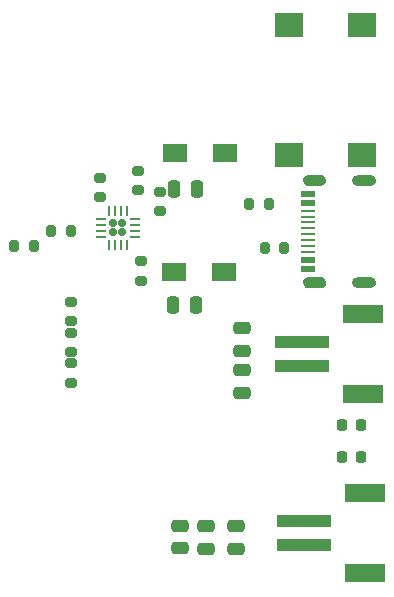
<source format=gbr>
%TF.GenerationSoftware,KiCad,Pcbnew,(6.0.8)*%
%TF.CreationDate,2023-04-21T18:27:59-07:00*%
%TF.ProjectId,Capstone_PCB,43617073-746f-46e6-955f-5043422e6b69,rev?*%
%TF.SameCoordinates,Original*%
%TF.FileFunction,Paste,Top*%
%TF.FilePolarity,Positive*%
%FSLAX46Y46*%
G04 Gerber Fmt 4.6, Leading zero omitted, Abs format (unit mm)*
G04 Created by KiCad (PCBNEW (6.0.8)) date 2023-04-21 18:27:59*
%MOMM*%
%LPD*%
G01*
G04 APERTURE LIST*
G04 Aperture macros list*
%AMRoundRect*
0 Rectangle with rounded corners*
0 $1 Rounding radius*
0 $2 $3 $4 $5 $6 $7 $8 $9 X,Y pos of 4 corners*
0 Add a 4 corners polygon primitive as box body*
4,1,4,$2,$3,$4,$5,$6,$7,$8,$9,$2,$3,0*
0 Add four circle primitives for the rounded corners*
1,1,$1+$1,$2,$3*
1,1,$1+$1,$4,$5*
1,1,$1+$1,$6,$7*
1,1,$1+$1,$8,$9*
0 Add four rect primitives between the rounded corners*
20,1,$1+$1,$2,$3,$4,$5,0*
20,1,$1+$1,$4,$5,$6,$7,0*
20,1,$1+$1,$6,$7,$8,$9,0*
20,1,$1+$1,$8,$9,$2,$3,0*%
G04 Aperture macros list end*
%ADD10RoundRect,0.200000X0.275000X-0.200000X0.275000X0.200000X-0.275000X0.200000X-0.275000X-0.200000X0*%
%ADD11RoundRect,0.200000X0.200000X0.275000X-0.200000X0.275000X-0.200000X-0.275000X0.200000X-0.275000X0*%
%ADD12RoundRect,0.250000X-0.475000X0.250000X-0.475000X-0.250000X0.475000X-0.250000X0.475000X0.250000X0*%
%ADD13RoundRect,0.250000X0.475000X-0.250000X0.475000X0.250000X-0.475000X0.250000X-0.475000X-0.250000X0*%
%ADD14R,4.600000X1.000000*%
%ADD15R,3.400000X1.600000*%
%ADD16RoundRect,0.218750X-0.218750X-0.256250X0.218750X-0.256250X0.218750X0.256250X-0.218750X0.256250X0*%
%ADD17R,2.120000X1.500000*%
%ADD18RoundRect,0.250000X-0.250000X-0.475000X0.250000X-0.475000X0.250000X0.475000X-0.250000X0.475000X0*%
%ADD19RoundRect,0.200000X-0.275000X0.200000X-0.275000X-0.200000X0.275000X-0.200000X0.275000X0.200000X0*%
%ADD20R,2.400000X2.000000*%
%ADD21RoundRect,0.160000X0.160000X-0.160000X0.160000X0.160000X-0.160000X0.160000X-0.160000X-0.160000X0*%
%ADD22RoundRect,0.062500X0.062500X-0.375000X0.062500X0.375000X-0.062500X0.375000X-0.062500X-0.375000X0*%
%ADD23RoundRect,0.062500X0.375000X-0.062500X0.375000X0.062500X-0.375000X0.062500X-0.375000X-0.062500X0*%
%ADD24R,1.150000X0.575000*%
%ADD25R,1.150000X0.275000*%
G04 APERTURE END LIST*
%TO.C,X1*%
G36*
X172401632Y-61973320D02*
G01*
X172536165Y-62041868D01*
X172642932Y-62148635D01*
X172735100Y-62432300D01*
X172717790Y-62563780D01*
X172667041Y-62686300D01*
X172586310Y-62791510D01*
X172481100Y-62872241D01*
X172227100Y-62940300D01*
X171261900Y-62940300D01*
X171130420Y-62922990D01*
X171007900Y-62872241D01*
X170902690Y-62791510D01*
X170821959Y-62686300D01*
X170753900Y-62432300D01*
X170777520Y-62283168D01*
X170846068Y-62148635D01*
X170952835Y-62041868D01*
X171236500Y-61949700D01*
X172252500Y-61949700D01*
X172401632Y-61973320D01*
G37*
G36*
X176592632Y-61973320D02*
G01*
X176727165Y-62041868D01*
X176833932Y-62148635D01*
X176926100Y-62432300D01*
X176908790Y-62563780D01*
X176858041Y-62686300D01*
X176777310Y-62791510D01*
X176672100Y-62872241D01*
X176418100Y-62940300D01*
X175452900Y-62940300D01*
X175321420Y-62922990D01*
X175198900Y-62872241D01*
X175093690Y-62791510D01*
X175012959Y-62686300D01*
X174944900Y-62432300D01*
X174968520Y-62283168D01*
X175037068Y-62148635D01*
X175143835Y-62041868D01*
X175427500Y-61949700D01*
X176443500Y-61949700D01*
X176592632Y-61973320D01*
G37*
G36*
X176592632Y-70609320D02*
G01*
X176727165Y-70677868D01*
X176833932Y-70784635D01*
X176926100Y-71068300D01*
X176908790Y-71199780D01*
X176858041Y-71322300D01*
X176777310Y-71427510D01*
X176672100Y-71508241D01*
X176418100Y-71576300D01*
X175452900Y-71576300D01*
X175321420Y-71558990D01*
X175198900Y-71508241D01*
X175093690Y-71427510D01*
X175012959Y-71322300D01*
X174944900Y-71068300D01*
X174968520Y-70919168D01*
X175037068Y-70784635D01*
X175143835Y-70677868D01*
X175427500Y-70585700D01*
X176443500Y-70585700D01*
X176592632Y-70609320D01*
G37*
G36*
X172414332Y-70622020D02*
G01*
X172548865Y-70690568D01*
X172655632Y-70797335D01*
X172747800Y-71081000D01*
X172730490Y-71212480D01*
X172679741Y-71335000D01*
X172599010Y-71440210D01*
X172493800Y-71520941D01*
X172239800Y-71589000D01*
X171274600Y-71589000D01*
X171143120Y-71571690D01*
X171020600Y-71520941D01*
X170915390Y-71440210D01*
X170834659Y-71335000D01*
X170766600Y-71081000D01*
X170790220Y-70931868D01*
X170858768Y-70797335D01*
X170965535Y-70690568D01*
X171249200Y-70598400D01*
X172265200Y-70598400D01*
X172414332Y-70622020D01*
G37*
%TD*%
D10*
%TO.C,R5*%
X151092200Y-74359600D03*
X151092200Y-72709600D03*
%TD*%
D11*
%TO.C,R1*%
X151115000Y-66770000D03*
X149465000Y-66770000D03*
%TD*%
D10*
%TO.C,R11*%
X158630000Y-65065000D03*
X158630000Y-63415000D03*
%TD*%
D12*
%TO.C,C5*%
X165575000Y-78513000D03*
X165575000Y-80413000D03*
%TD*%
D10*
%TO.C,R3*%
X153540000Y-63855000D03*
X153540000Y-62205000D03*
%TD*%
%TO.C,R6*%
X151092200Y-77001200D03*
X151092200Y-75351200D03*
%TD*%
D13*
%TO.C,C6*%
X165067000Y-93621000D03*
X165067000Y-91721000D03*
%TD*%
D14*
%TO.C,SYSOUT0*%
X170811800Y-93315400D03*
X170811800Y-91315400D03*
D15*
X176011800Y-88915400D03*
X176011800Y-95715400D03*
%TD*%
D16*
%TO.C,D2*%
X174102300Y-85863800D03*
X175677300Y-85863800D03*
%TD*%
D17*
%TO.C,D1*%
X164057800Y-70166600D03*
X159827800Y-70166600D03*
%TD*%
D13*
%TO.C,C4*%
X160393400Y-93570200D03*
X160393400Y-91670200D03*
%TD*%
D11*
%TO.C,R7*%
X169168600Y-68210800D03*
X167518600Y-68210800D03*
%TD*%
D18*
%TO.C,C2*%
X159773600Y-73011400D03*
X161673600Y-73011400D03*
%TD*%
D17*
%TO.C,D4*%
X164134000Y-60159000D03*
X159904000Y-60159000D03*
%TD*%
D19*
%TO.C,R10*%
X156820000Y-61635000D03*
X156820000Y-63285000D03*
%TD*%
D11*
%TO.C,R4*%
X167847800Y-64477000D03*
X166197800Y-64477000D03*
%TD*%
D20*
%TO.C,J2*%
X175745000Y-60325000D03*
X169545000Y-60325000D03*
X175745000Y-49325000D03*
X169545000Y-49325000D03*
%TD*%
D14*
%TO.C,BATT0*%
X170641000Y-78151600D03*
X170641000Y-76151600D03*
D15*
X175841000Y-73751600D03*
X175841000Y-80551600D03*
%TD*%
D11*
%TO.C,R9*%
X147959600Y-67982200D03*
X146309600Y-67982200D03*
%TD*%
D21*
%TO.C,U1*%
X154684800Y-66058200D03*
X155484800Y-66058200D03*
X155484800Y-66858200D03*
X154684800Y-66858200D03*
D22*
X154334800Y-67895700D03*
X154834800Y-67895700D03*
X155334800Y-67895700D03*
X155834800Y-67895700D03*
D23*
X156522300Y-67208200D03*
X156522300Y-66708200D03*
X156522300Y-66208200D03*
X156522300Y-65708200D03*
D22*
X155834800Y-65020700D03*
X155334800Y-65020700D03*
X154834800Y-65020700D03*
X154334800Y-65020700D03*
D23*
X153647300Y-65708200D03*
X153647300Y-66208200D03*
X153647300Y-66708200D03*
X153647300Y-67208200D03*
%TD*%
D18*
%TO.C,C1*%
X159875200Y-63181600D03*
X161775200Y-63181600D03*
%TD*%
D13*
%TO.C,C7*%
X165575000Y-76857000D03*
X165575000Y-74957000D03*
%TD*%
D19*
%TO.C,R2*%
X157040600Y-69290800D03*
X157040600Y-70940800D03*
%TD*%
%TO.C,R8*%
X151090000Y-77915000D03*
X151090000Y-79565000D03*
%TD*%
D13*
%TO.C,C3*%
X162527000Y-93621000D03*
X162527000Y-91721000D03*
%TD*%
D24*
%TO.C,X1*%
X171184000Y-69963000D03*
X171184000Y-69163000D03*
D25*
X171184000Y-68013000D03*
X171184000Y-67013000D03*
X171184000Y-66513000D03*
X171184000Y-65513000D03*
D24*
X171184000Y-63563000D03*
X171184000Y-64363000D03*
D25*
X171184000Y-65013000D03*
X171184000Y-66013000D03*
X171184000Y-67513000D03*
X171184000Y-68513000D03*
%TD*%
D16*
%TO.C,D3*%
X174061500Y-83120600D03*
X175636500Y-83120600D03*
%TD*%
M02*

</source>
